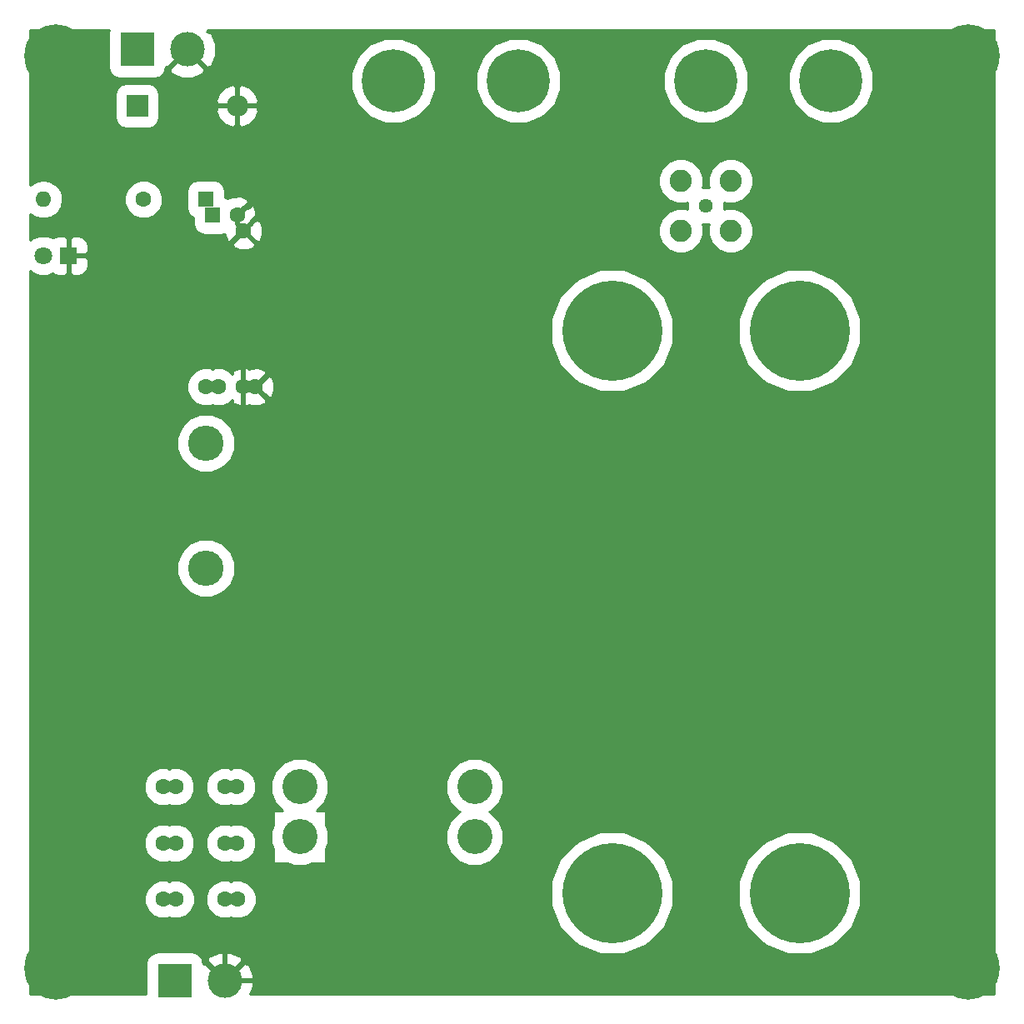
<source format=gbr>
G04 #@! TF.GenerationSoftware,KiCad,Pcbnew,5.0.2-bee76a0~70~ubuntu16.04.1*
G04 #@! TF.CreationDate,2021-05-08T15:12:51-07:00*
G04 #@! TF.ProjectId,simple-switching-network,73696d70-6c65-42d7-9377-69746368696e,rev?*
G04 #@! TF.SameCoordinates,Original*
G04 #@! TF.FileFunction,Copper,L2,Bot*
G04 #@! TF.FilePolarity,Positive*
%FSLAX46Y46*%
G04 Gerber Fmt 4.6, Leading zero omitted, Abs format (unit mm)*
G04 Created by KiCad (PCBNEW 5.0.2-bee76a0~70~ubuntu16.04.1) date Sat 08 May 2021 03:12:51 PM PDT*
%MOMM*%
%LPD*%
G01*
G04 APERTURE LIST*
G04 #@! TA.AperFunction,ComponentPad*
%ADD10C,3.556000*%
G04 #@! TD*
G04 #@! TA.AperFunction,ComponentPad*
%ADD11C,1.600000*%
G04 #@! TD*
G04 #@! TA.AperFunction,ComponentPad*
%ADD12R,1.600000X1.600000*%
G04 #@! TD*
G04 #@! TA.AperFunction,ComponentPad*
%ADD13R,1.800000X1.800000*%
G04 #@! TD*
G04 #@! TA.AperFunction,ComponentPad*
%ADD14C,1.800000*%
G04 #@! TD*
G04 #@! TA.AperFunction,ComponentPad*
%ADD15R,2.200000X2.200000*%
G04 #@! TD*
G04 #@! TA.AperFunction,ComponentPad*
%ADD16O,2.200000X2.200000*%
G04 #@! TD*
G04 #@! TA.AperFunction,ComponentPad*
%ADD17R,3.500120X3.500120*%
G04 #@! TD*
G04 #@! TA.AperFunction,ComponentPad*
%ADD18C,3.500120*%
G04 #@! TD*
G04 #@! TA.AperFunction,ComponentPad*
%ADD19C,10.160000*%
G04 #@! TD*
G04 #@! TA.AperFunction,ComponentPad*
%ADD20C,1.440000*%
G04 #@! TD*
G04 #@! TA.AperFunction,ComponentPad*
%ADD21C,2.250000*%
G04 #@! TD*
G04 #@! TA.AperFunction,ComponentPad*
%ADD22C,3.600000*%
G04 #@! TD*
G04 #@! TA.AperFunction,ComponentPad*
%ADD23O,1.600000X1.600000*%
G04 #@! TD*
G04 #@! TA.AperFunction,ComponentPad*
%ADD24C,6.400000*%
G04 #@! TD*
G04 #@! TA.AperFunction,Conductor*
%ADD25C,0.508000*%
G04 #@! TD*
G04 #@! TA.AperFunction,Conductor*
%ADD26C,0.254000*%
G04 #@! TD*
G04 APERTURE END LIST*
D10*
G04 #@! TO.P,L2,1*
G04 #@! TO.N,Net-(J2-Pad1)*
X109855000Y-135255000D03*
G04 #@! TO.P,L2,2*
G04 #@! TO.N,Net-(C1-Pad1)*
X92075000Y-135255000D03*
G04 #@! TO.P,L2,4*
G04 #@! TO.N,Net-(C4-Pad2)*
X92075000Y-140335000D03*
G04 #@! TO.P,L2,3*
G04 #@! TO.N,Net-(J2-Pad2)*
X109855000Y-140335000D03*
G04 #@! TD*
D11*
G04 #@! TO.P,C1,2*
G04 #@! TO.N,Net-(C1-Pad2)*
X78205000Y-140970000D03*
G04 #@! TO.P,C1,1*
G04 #@! TO.N,Net-(C1-Pad1)*
X85705000Y-140970000D03*
G04 #@! TO.P,C1,2*
G04 #@! TO.N,Net-(C1-Pad2)*
X79455000Y-140970000D03*
G04 #@! TO.P,C1,1*
G04 #@! TO.N,Net-(C1-Pad1)*
X84455000Y-140970000D03*
G04 #@! TD*
G04 #@! TO.P,C2,1*
G04 #@! TO.N,Net-(C1-Pad1)*
X84455000Y-135255000D03*
G04 #@! TO.P,C2,2*
G04 #@! TO.N,Net-(C1-Pad2)*
X79455000Y-135255000D03*
G04 #@! TO.P,C2,1*
G04 #@! TO.N,Net-(C1-Pad1)*
X85705000Y-135255000D03*
G04 #@! TO.P,C2,2*
G04 #@! TO.N,Net-(C1-Pad2)*
X78205000Y-135255000D03*
G04 #@! TD*
G04 #@! TO.P,C3,1*
G04 #@! TO.N,Net-(C1-Pad1)*
X84475000Y-146685000D03*
G04 #@! TO.P,C3,2*
G04 #@! TO.N,Net-(C1-Pad2)*
X79475000Y-146685000D03*
G04 #@! TO.P,C3,1*
G04 #@! TO.N,Net-(C1-Pad1)*
X85725000Y-146685000D03*
G04 #@! TO.P,C3,2*
G04 #@! TO.N,Net-(C1-Pad2)*
X78225000Y-146685000D03*
G04 #@! TD*
D12*
G04 #@! TO.P,C4,1*
G04 #@! TO.N,Net-(C4-Pad1)*
X83220937Y-77165000D03*
D11*
G04 #@! TO.P,C4,2*
G04 #@! TO.N,Net-(C4-Pad2)*
X85720937Y-77165000D03*
D12*
G04 #@! TO.P,C4,1*
G04 #@! TO.N,Net-(C4-Pad1)*
X82550000Y-75565000D03*
D11*
G04 #@! TO.P,C4,2*
G04 #@! TO.N,Net-(C4-Pad2)*
X86391874Y-78765000D03*
G04 #@! TD*
G04 #@! TO.P,C5,1*
G04 #@! TO.N,Net-(C4-Pad2)*
X86320000Y-94615000D03*
G04 #@! TO.P,C5,2*
G04 #@! TO.N,Net-(C4-Pad1)*
X83820000Y-94615000D03*
G04 #@! TO.P,C5,1*
G04 #@! TO.N,Net-(C4-Pad2)*
X87570000Y-94615000D03*
G04 #@! TO.P,C5,2*
G04 #@! TO.N,Net-(C4-Pad1)*
X82570000Y-94615000D03*
G04 #@! TD*
D13*
G04 #@! TO.P,D1,1*
G04 #@! TO.N,Net-(C4-Pad2)*
X68580000Y-81280000D03*
D14*
G04 #@! TO.P,D1,2*
G04 #@! TO.N,Net-(D1-Pad2)*
X66040000Y-81280000D03*
G04 #@! TD*
D15*
G04 #@! TO.P,D2,1*
G04 #@! TO.N,Net-(C4-Pad1)*
X75565000Y-66040000D03*
D16*
G04 #@! TO.P,D2,2*
G04 #@! TO.N,Net-(C4-Pad2)*
X85725000Y-66040000D03*
G04 #@! TD*
D17*
G04 #@! TO.P,J1,1*
G04 #@! TO.N,Net-(C1-Pad2)*
X79375000Y-154940000D03*
D18*
G04 #@! TO.P,J1,2*
G04 #@! TO.N,Net-(C4-Pad2)*
X84455000Y-154940000D03*
G04 #@! TD*
D19*
G04 #@! TO.P,J2,1*
G04 #@! TO.N,Net-(J2-Pad1)*
X142875000Y-146050000D03*
G04 #@! TO.P,J2,2*
G04 #@! TO.N,Net-(J2-Pad2)*
X123825000Y-146050000D03*
G04 #@! TO.P,J2,3*
G04 #@! TO.N,Net-(J2-Pad3)*
X142875000Y-88900000D03*
G04 #@! TO.P,J2,4*
G04 #@! TO.N,Net-(J2-Pad4)*
X123825000Y-88900000D03*
G04 #@! TD*
D20*
G04 #@! TO.P,J3,1*
G04 #@! TO.N,Net-(J2-Pad3)*
X133350000Y-76200000D03*
D21*
G04 #@! TO.P,J3,2*
G04 #@! TO.N,Net-(J2-Pad4)*
X135890000Y-78740000D03*
X135890000Y-73660000D03*
X130810000Y-73660000D03*
X130810000Y-78740000D03*
G04 #@! TD*
D18*
G04 #@! TO.P,J4,2*
G04 #@! TO.N,Net-(C4-Pad2)*
X80645000Y-60325000D03*
D17*
G04 #@! TO.P,J4,1*
G04 #@! TO.N,Net-(C4-Pad1)*
X75565000Y-60325000D03*
G04 #@! TD*
D22*
G04 #@! TO.P,L1,1*
G04 #@! TO.N,Net-(C1-Pad2)*
X82550000Y-113030000D03*
G04 #@! TO.P,L1,2*
G04 #@! TO.N,Net-(C4-Pad1)*
X82550000Y-100330000D03*
G04 #@! TD*
D11*
G04 #@! TO.P,R1,1*
G04 #@! TO.N,Net-(C4-Pad1)*
X76200000Y-75565000D03*
D23*
G04 #@! TO.P,R1,2*
G04 #@! TO.N,Net-(D1-Pad2)*
X66040000Y-75565000D03*
G04 #@! TD*
D24*
G04 #@! TO.P,TP1,1*
G04 #@! TO.N,Net-(J2-Pad3)*
X146050000Y-63500000D03*
G04 #@! TD*
G04 #@! TO.P,TP2,1*
G04 #@! TO.N,Net-(J2-Pad4)*
X101600000Y-63500000D03*
G04 #@! TD*
G04 #@! TO.P,TP3,1*
G04 #@! TO.N,Net-(J2-Pad3)*
X133350000Y-63500000D03*
G04 #@! TD*
G04 #@! TO.P,TP4,1*
G04 #@! TO.N,Net-(J2-Pad4)*
X114300000Y-63500000D03*
G04 #@! TD*
G04 #@! TO.P,TP5,1*
G04 #@! TO.N,Net-(C4-Pad2)*
X67310000Y-60960000D03*
G04 #@! TD*
G04 #@! TO.P,TP6,1*
G04 #@! TO.N,Net-(C4-Pad2)*
X67310000Y-153670000D03*
G04 #@! TD*
G04 #@! TO.P,TP7,1*
G04 #@! TO.N,Net-(C4-Pad2)*
X160020000Y-60960000D03*
G04 #@! TD*
G04 #@! TO.P,TP8,1*
G04 #@! TO.N,Net-(C4-Pad2)*
X160020000Y-153670000D03*
G04 #@! TD*
D25*
G04 #@! TO.N,Net-(C4-Pad2)*
X87570000Y-94615000D02*
X89475000Y-92710000D01*
X88369999Y-95414999D02*
X88429999Y-95414999D01*
X87570000Y-94615000D02*
X88369999Y-95414999D01*
X88429999Y-95414999D02*
X89535000Y-96520000D01*
X86320000Y-94615000D02*
X86320000Y-92115000D01*
X86320000Y-94615000D02*
X86320000Y-97115000D01*
X86320000Y-97115000D02*
X86360000Y-97155000D01*
X85720937Y-78094063D02*
X86391874Y-78765000D01*
X85720937Y-77165000D02*
X85720937Y-78094063D01*
X86520936Y-76365001D02*
X86829999Y-76365001D01*
X85720937Y-77165000D02*
X86520936Y-76365001D01*
X86829999Y-76365001D02*
X88265000Y-74930000D01*
X87191873Y-77965001D02*
X87191873Y-77908127D01*
X86391874Y-78765000D02*
X87191873Y-77965001D01*
X87191873Y-77908127D02*
X88265000Y-76835000D01*
X86391874Y-78765000D02*
X88265000Y-80638126D01*
X86391874Y-78765000D02*
X86335000Y-78765000D01*
X86335000Y-78765000D02*
X84455000Y-80645000D01*
X84455000Y-154940000D02*
X84455000Y-150495000D01*
X84455000Y-154940000D02*
X89535000Y-154940000D01*
X84455000Y-154940000D02*
X87630000Y-151765000D01*
X84455000Y-154940000D02*
X82550000Y-153035000D01*
X82550000Y-153035000D02*
X82550000Y-152400000D01*
G04 #@! TD*
D26*
G04 #@! TO.N,Net-(C4-Pad2)*
G36*
X72649548Y-58574940D02*
X72649548Y-62075060D01*
X72738258Y-62521036D01*
X72990883Y-62899117D01*
X73368964Y-63151742D01*
X73814940Y-63240452D01*
X77315060Y-63240452D01*
X77761036Y-63151742D01*
X78139117Y-62899117D01*
X78391742Y-62521036D01*
X78436427Y-62296385D01*
X78853220Y-62296385D01*
X79015540Y-62783824D01*
X80080527Y-63220225D01*
X81231449Y-63215853D01*
X82274460Y-62783824D01*
X82323644Y-62636124D01*
X97257000Y-62636124D01*
X97257000Y-64363876D01*
X97918183Y-65960112D01*
X99139888Y-67181817D01*
X100736124Y-67843000D01*
X102463876Y-67843000D01*
X104060112Y-67181817D01*
X105281817Y-65960112D01*
X105943000Y-64363876D01*
X105943000Y-62636124D01*
X109957000Y-62636124D01*
X109957000Y-64363876D01*
X110618183Y-65960112D01*
X111839888Y-67181817D01*
X113436124Y-67843000D01*
X115163876Y-67843000D01*
X116760112Y-67181817D01*
X117981817Y-65960112D01*
X118643000Y-64363876D01*
X118643000Y-62636124D01*
X129007000Y-62636124D01*
X129007000Y-64363876D01*
X129668183Y-65960112D01*
X130889888Y-67181817D01*
X132486124Y-67843000D01*
X134213876Y-67843000D01*
X135810112Y-67181817D01*
X137031817Y-65960112D01*
X137693000Y-64363876D01*
X137693000Y-62636124D01*
X141707000Y-62636124D01*
X141707000Y-64363876D01*
X142368183Y-65960112D01*
X143589888Y-67181817D01*
X145186124Y-67843000D01*
X146913876Y-67843000D01*
X148510112Y-67181817D01*
X149731817Y-65960112D01*
X150393000Y-64363876D01*
X150393000Y-62636124D01*
X149731817Y-61039888D01*
X148510112Y-59818183D01*
X146913876Y-59157000D01*
X145186124Y-59157000D01*
X143589888Y-59818183D01*
X142368183Y-61039888D01*
X141707000Y-62636124D01*
X137693000Y-62636124D01*
X137031817Y-61039888D01*
X135810112Y-59818183D01*
X134213876Y-59157000D01*
X132486124Y-59157000D01*
X130889888Y-59818183D01*
X129668183Y-61039888D01*
X129007000Y-62636124D01*
X118643000Y-62636124D01*
X117981817Y-61039888D01*
X116760112Y-59818183D01*
X115163876Y-59157000D01*
X113436124Y-59157000D01*
X111839888Y-59818183D01*
X110618183Y-61039888D01*
X109957000Y-62636124D01*
X105943000Y-62636124D01*
X105281817Y-61039888D01*
X104060112Y-59818183D01*
X102463876Y-59157000D01*
X100736124Y-59157000D01*
X99139888Y-59818183D01*
X97918183Y-61039888D01*
X97257000Y-62636124D01*
X82323644Y-62636124D01*
X82436780Y-62296385D01*
X80645000Y-60504605D01*
X78853220Y-62296385D01*
X78436427Y-62296385D01*
X78480452Y-62075060D01*
X78480452Y-62052456D01*
X78673615Y-62116780D01*
X80465395Y-60325000D01*
X80451253Y-60310858D01*
X80630858Y-60131253D01*
X80645000Y-60145395D01*
X80659143Y-60131253D01*
X80838748Y-60310858D01*
X80824605Y-60325000D01*
X82616385Y-62116780D01*
X83103824Y-61954460D01*
X83540225Y-60889473D01*
X83535853Y-59738551D01*
X83103824Y-58695540D01*
X82616387Y-58533221D01*
X82781608Y-58368000D01*
X162612000Y-58368000D01*
X162612001Y-156262000D01*
X87039812Y-156262000D01*
X87350225Y-155504473D01*
X87345853Y-154353551D01*
X86913824Y-153310540D01*
X86426385Y-153148220D01*
X84634605Y-154940000D01*
X84648748Y-154954143D01*
X84469143Y-155133748D01*
X84455000Y-155119605D01*
X84440858Y-155133748D01*
X84261253Y-154954143D01*
X84275395Y-154940000D01*
X82483615Y-153148220D01*
X82290452Y-153212544D01*
X82290452Y-153189940D01*
X82246428Y-152968615D01*
X82663220Y-152968615D01*
X84455000Y-154760395D01*
X86246780Y-152968615D01*
X86084460Y-152481176D01*
X85019473Y-152044775D01*
X83868551Y-152049147D01*
X82825540Y-152481176D01*
X82663220Y-152968615D01*
X82246428Y-152968615D01*
X82201742Y-152743964D01*
X81949117Y-152365883D01*
X81571036Y-152113258D01*
X81125060Y-152024548D01*
X77624940Y-152024548D01*
X77178964Y-152113258D01*
X76800883Y-152365883D01*
X76548258Y-152743964D01*
X76459548Y-153189940D01*
X76459548Y-156262000D01*
X64718000Y-156262000D01*
X64718000Y-146298513D01*
X76282000Y-146298513D01*
X76282000Y-147071487D01*
X76577804Y-147785621D01*
X77124379Y-148332196D01*
X77838513Y-148628000D01*
X78611487Y-148628000D01*
X78850000Y-148529205D01*
X79088513Y-148628000D01*
X79861487Y-148628000D01*
X80575621Y-148332196D01*
X81122196Y-147785621D01*
X81418000Y-147071487D01*
X81418000Y-146298513D01*
X82532000Y-146298513D01*
X82532000Y-147071487D01*
X82827804Y-147785621D01*
X83374379Y-148332196D01*
X84088513Y-148628000D01*
X84861487Y-148628000D01*
X85100000Y-148529205D01*
X85338513Y-148628000D01*
X86111487Y-148628000D01*
X86825621Y-148332196D01*
X87372196Y-147785621D01*
X87668000Y-147071487D01*
X87668000Y-146298513D01*
X87372196Y-145584379D01*
X86825621Y-145037804D01*
X86280888Y-144812168D01*
X117602000Y-144812168D01*
X117602000Y-147287832D01*
X118549395Y-149575046D01*
X120299954Y-151325605D01*
X122587168Y-152273000D01*
X125062832Y-152273000D01*
X127350046Y-151325605D01*
X129100605Y-149575046D01*
X130048000Y-147287832D01*
X130048000Y-144812168D01*
X136652000Y-144812168D01*
X136652000Y-147287832D01*
X137599395Y-149575046D01*
X139349954Y-151325605D01*
X141637168Y-152273000D01*
X144112832Y-152273000D01*
X146400046Y-151325605D01*
X148150605Y-149575046D01*
X149098000Y-147287832D01*
X149098000Y-144812168D01*
X148150605Y-142524954D01*
X146400046Y-140774395D01*
X144112832Y-139827000D01*
X141637168Y-139827000D01*
X139349954Y-140774395D01*
X137599395Y-142524954D01*
X136652000Y-144812168D01*
X130048000Y-144812168D01*
X129100605Y-142524954D01*
X127350046Y-140774395D01*
X125062832Y-139827000D01*
X122587168Y-139827000D01*
X120299954Y-140774395D01*
X118549395Y-142524954D01*
X117602000Y-144812168D01*
X86280888Y-144812168D01*
X86111487Y-144742000D01*
X85338513Y-144742000D01*
X85100000Y-144840795D01*
X84861487Y-144742000D01*
X84088513Y-144742000D01*
X83374379Y-145037804D01*
X82827804Y-145584379D01*
X82532000Y-146298513D01*
X81418000Y-146298513D01*
X81122196Y-145584379D01*
X80575621Y-145037804D01*
X79861487Y-144742000D01*
X79088513Y-144742000D01*
X78850000Y-144840795D01*
X78611487Y-144742000D01*
X77838513Y-144742000D01*
X77124379Y-145037804D01*
X76577804Y-145584379D01*
X76282000Y-146298513D01*
X64718000Y-146298513D01*
X64718000Y-140583513D01*
X76262000Y-140583513D01*
X76262000Y-141356487D01*
X76557804Y-142070621D01*
X77104379Y-142617196D01*
X77818513Y-142913000D01*
X78591487Y-142913000D01*
X78830000Y-142814205D01*
X79068513Y-142913000D01*
X79841487Y-142913000D01*
X80555621Y-142617196D01*
X81102196Y-142070621D01*
X81398000Y-141356487D01*
X81398000Y-140583513D01*
X82512000Y-140583513D01*
X82512000Y-141356487D01*
X82807804Y-142070621D01*
X83354379Y-142617196D01*
X84068513Y-142913000D01*
X84841487Y-142913000D01*
X85080000Y-142814205D01*
X85318513Y-142913000D01*
X86091487Y-142913000D01*
X86805621Y-142617196D01*
X87352196Y-142070621D01*
X87648000Y-141356487D01*
X87648000Y-140583513D01*
X87352196Y-139869379D01*
X87246688Y-139763871D01*
X89152049Y-139763871D01*
X89155983Y-140925910D01*
X89408000Y-141534331D01*
X89408000Y-142875000D01*
X89417667Y-142923601D01*
X89445197Y-142964803D01*
X89486399Y-142992333D01*
X89535000Y-143002000D01*
X90879985Y-143002000D01*
X91503871Y-143257951D01*
X92665910Y-143254017D01*
X93274331Y-143002000D01*
X94615000Y-143002000D01*
X94663601Y-142992333D01*
X94704803Y-142964803D01*
X94732333Y-142923601D01*
X94742000Y-142875000D01*
X94742000Y-141530015D01*
X94997951Y-140906129D01*
X94994017Y-139744090D01*
X94742000Y-139135669D01*
X94742000Y-137795000D01*
X94732333Y-137746399D01*
X94704803Y-137705197D01*
X94663601Y-137677667D01*
X94615000Y-137668000D01*
X93792918Y-137668000D01*
X94551304Y-136909614D01*
X94996000Y-135836023D01*
X94996000Y-134673977D01*
X106934000Y-134673977D01*
X106934000Y-135836023D01*
X107378696Y-136909614D01*
X108200386Y-137731304D01*
X108354162Y-137795000D01*
X108200386Y-137858696D01*
X107378696Y-138680386D01*
X106934000Y-139753977D01*
X106934000Y-140916023D01*
X107378696Y-141989614D01*
X108200386Y-142811304D01*
X109273977Y-143256000D01*
X110436023Y-143256000D01*
X111509614Y-142811304D01*
X112331304Y-141989614D01*
X112776000Y-140916023D01*
X112776000Y-139753977D01*
X112331304Y-138680386D01*
X111509614Y-137858696D01*
X111355838Y-137795000D01*
X111509614Y-137731304D01*
X112331304Y-136909614D01*
X112776000Y-135836023D01*
X112776000Y-134673977D01*
X112331304Y-133600386D01*
X111509614Y-132778696D01*
X110436023Y-132334000D01*
X109273977Y-132334000D01*
X108200386Y-132778696D01*
X107378696Y-133600386D01*
X106934000Y-134673977D01*
X94996000Y-134673977D01*
X94551304Y-133600386D01*
X93729614Y-132778696D01*
X92656023Y-132334000D01*
X91493977Y-132334000D01*
X90420386Y-132778696D01*
X89598696Y-133600386D01*
X89154000Y-134673977D01*
X89154000Y-135836023D01*
X89598696Y-136909614D01*
X90357082Y-137668000D01*
X89535000Y-137668000D01*
X89486399Y-137677667D01*
X89445197Y-137705197D01*
X89417667Y-137746399D01*
X89408000Y-137795000D01*
X89408000Y-139139985D01*
X89152049Y-139763871D01*
X87246688Y-139763871D01*
X86805621Y-139322804D01*
X86091487Y-139027000D01*
X85318513Y-139027000D01*
X85080000Y-139125795D01*
X84841487Y-139027000D01*
X84068513Y-139027000D01*
X83354379Y-139322804D01*
X82807804Y-139869379D01*
X82512000Y-140583513D01*
X81398000Y-140583513D01*
X81102196Y-139869379D01*
X80555621Y-139322804D01*
X79841487Y-139027000D01*
X79068513Y-139027000D01*
X78830000Y-139125795D01*
X78591487Y-139027000D01*
X77818513Y-139027000D01*
X77104379Y-139322804D01*
X76557804Y-139869379D01*
X76262000Y-140583513D01*
X64718000Y-140583513D01*
X64718000Y-134868513D01*
X76262000Y-134868513D01*
X76262000Y-135641487D01*
X76557804Y-136355621D01*
X77104379Y-136902196D01*
X77818513Y-137198000D01*
X78591487Y-137198000D01*
X78830000Y-137099205D01*
X79068513Y-137198000D01*
X79841487Y-137198000D01*
X80555621Y-136902196D01*
X81102196Y-136355621D01*
X81398000Y-135641487D01*
X81398000Y-134868513D01*
X82512000Y-134868513D01*
X82512000Y-135641487D01*
X82807804Y-136355621D01*
X83354379Y-136902196D01*
X84068513Y-137198000D01*
X84841487Y-137198000D01*
X85080000Y-137099205D01*
X85318513Y-137198000D01*
X86091487Y-137198000D01*
X86805621Y-136902196D01*
X87352196Y-136355621D01*
X87648000Y-135641487D01*
X87648000Y-134868513D01*
X87352196Y-134154379D01*
X86805621Y-133607804D01*
X86091487Y-133312000D01*
X85318513Y-133312000D01*
X85080000Y-133410795D01*
X84841487Y-133312000D01*
X84068513Y-133312000D01*
X83354379Y-133607804D01*
X82807804Y-134154379D01*
X82512000Y-134868513D01*
X81398000Y-134868513D01*
X81102196Y-134154379D01*
X80555621Y-133607804D01*
X79841487Y-133312000D01*
X79068513Y-133312000D01*
X78830000Y-133410795D01*
X78591487Y-133312000D01*
X77818513Y-133312000D01*
X77104379Y-133607804D01*
X76557804Y-134154379D01*
X76262000Y-134868513D01*
X64718000Y-134868513D01*
X64718000Y-112444601D01*
X79607000Y-112444601D01*
X79607000Y-113615399D01*
X80055045Y-114697076D01*
X80882924Y-115524955D01*
X81964601Y-115973000D01*
X83135399Y-115973000D01*
X84217076Y-115524955D01*
X85044955Y-114697076D01*
X85493000Y-113615399D01*
X85493000Y-112444601D01*
X85044955Y-111362924D01*
X84217076Y-110535045D01*
X83135399Y-110087000D01*
X81964601Y-110087000D01*
X80882924Y-110535045D01*
X80055045Y-111362924D01*
X79607000Y-112444601D01*
X64718000Y-112444601D01*
X64718000Y-99744601D01*
X79607000Y-99744601D01*
X79607000Y-100915399D01*
X80055045Y-101997076D01*
X80882924Y-102824955D01*
X81964601Y-103273000D01*
X83135399Y-103273000D01*
X84217076Y-102824955D01*
X85044955Y-101997076D01*
X85493000Y-100915399D01*
X85493000Y-99744601D01*
X85044955Y-98662924D01*
X84217076Y-97835045D01*
X83135399Y-97387000D01*
X81964601Y-97387000D01*
X80882924Y-97835045D01*
X80055045Y-98662924D01*
X79607000Y-99744601D01*
X64718000Y-99744601D01*
X64718000Y-94228513D01*
X80627000Y-94228513D01*
X80627000Y-95001487D01*
X80922804Y-95715621D01*
X81469379Y-96262196D01*
X82183513Y-96558000D01*
X82956487Y-96558000D01*
X83195000Y-96459205D01*
X83433513Y-96558000D01*
X84206487Y-96558000D01*
X84920621Y-96262196D01*
X85221659Y-95961158D01*
X85260699Y-96289068D01*
X85981971Y-96567014D01*
X86754706Y-96547784D01*
X86960675Y-96462469D01*
X87231971Y-96567014D01*
X88004706Y-96547784D01*
X88629301Y-96289068D01*
X88675598Y-95900203D01*
X88120807Y-95345412D01*
X88220726Y-95086121D01*
X88855203Y-95720598D01*
X89244068Y-95674301D01*
X89522014Y-94953029D01*
X89502784Y-94180294D01*
X89244068Y-93555699D01*
X88855203Y-93509402D01*
X88232729Y-94131876D01*
X88127518Y-93877877D01*
X88675598Y-93329797D01*
X88629301Y-92940932D01*
X87908029Y-92662986D01*
X87135294Y-92682216D01*
X86929325Y-92767531D01*
X86658029Y-92662986D01*
X85885294Y-92682216D01*
X85260699Y-92940932D01*
X85221659Y-93268842D01*
X84920621Y-92967804D01*
X84206487Y-92672000D01*
X83433513Y-92672000D01*
X83195000Y-92770795D01*
X82956487Y-92672000D01*
X82183513Y-92672000D01*
X81469379Y-92967804D01*
X80922804Y-93514379D01*
X80627000Y-94228513D01*
X64718000Y-94228513D01*
X64718000Y-87662168D01*
X117602000Y-87662168D01*
X117602000Y-90137832D01*
X118549395Y-92425046D01*
X120299954Y-94175605D01*
X122587168Y-95123000D01*
X125062832Y-95123000D01*
X127350046Y-94175605D01*
X129100605Y-92425046D01*
X130048000Y-90137832D01*
X130048000Y-87662168D01*
X136652000Y-87662168D01*
X136652000Y-90137832D01*
X137599395Y-92425046D01*
X139349954Y-94175605D01*
X141637168Y-95123000D01*
X144112832Y-95123000D01*
X146400046Y-94175605D01*
X148150605Y-92425046D01*
X149098000Y-90137832D01*
X149098000Y-87662168D01*
X148150605Y-85374954D01*
X146400046Y-83624395D01*
X144112832Y-82677000D01*
X141637168Y-82677000D01*
X139349954Y-83624395D01*
X137599395Y-85374954D01*
X136652000Y-87662168D01*
X130048000Y-87662168D01*
X129100605Y-85374954D01*
X127350046Y-83624395D01*
X125062832Y-82677000D01*
X122587168Y-82677000D01*
X120299954Y-83624395D01*
X118549395Y-85374954D01*
X117602000Y-87662168D01*
X64718000Y-87662168D01*
X64718000Y-82847239D01*
X64882733Y-83011972D01*
X65633622Y-83323000D01*
X66446378Y-83323000D01*
X66983903Y-83100350D01*
X67032542Y-83148989D01*
X67452643Y-83323000D01*
X68167250Y-83323000D01*
X68453000Y-83037250D01*
X68453000Y-81407000D01*
X68707000Y-81407000D01*
X68707000Y-83037250D01*
X68992750Y-83323000D01*
X69707357Y-83323000D01*
X70127458Y-83148989D01*
X70448989Y-82827457D01*
X70623000Y-82407357D01*
X70623000Y-81692750D01*
X70337250Y-81407000D01*
X68707000Y-81407000D01*
X68453000Y-81407000D01*
X68433000Y-81407000D01*
X68433000Y-81153000D01*
X68453000Y-81153000D01*
X68453000Y-79522750D01*
X68707000Y-79522750D01*
X68707000Y-81153000D01*
X70337250Y-81153000D01*
X70623000Y-80867250D01*
X70623000Y-80152643D01*
X70448989Y-79732543D01*
X70127458Y-79411011D01*
X69707357Y-79237000D01*
X68992750Y-79237000D01*
X68707000Y-79522750D01*
X68453000Y-79522750D01*
X68167250Y-79237000D01*
X67452643Y-79237000D01*
X67032542Y-79411011D01*
X66983903Y-79459650D01*
X66446378Y-79237000D01*
X65633622Y-79237000D01*
X64882733Y-79548028D01*
X64718000Y-79712761D01*
X64718000Y-77018493D01*
X65281879Y-77395265D01*
X65848635Y-77508000D01*
X66231365Y-77508000D01*
X66798121Y-77395265D01*
X67440824Y-76965824D01*
X67870265Y-76323121D01*
X68021065Y-75565000D01*
X67944188Y-75178513D01*
X74257000Y-75178513D01*
X74257000Y-75951487D01*
X74552804Y-76665621D01*
X75099379Y-77212196D01*
X75813513Y-77508000D01*
X76586487Y-77508000D01*
X77300621Y-77212196D01*
X77847196Y-76665621D01*
X78143000Y-75951487D01*
X78143000Y-75178513D01*
X77971718Y-74765000D01*
X80584608Y-74765000D01*
X80584608Y-76365000D01*
X80673318Y-76810976D01*
X80925943Y-77189057D01*
X81255545Y-77409289D01*
X81255545Y-77965000D01*
X81344255Y-78410976D01*
X81596880Y-78789057D01*
X81974961Y-79041682D01*
X82420937Y-79130392D01*
X84020937Y-79130392D01*
X84455215Y-79044009D01*
X84459090Y-79199706D01*
X84717806Y-79824301D01*
X85106671Y-79870598D01*
X85872437Y-79104832D01*
X86155643Y-79097784D01*
X86297422Y-79039057D01*
X85286276Y-80050203D01*
X85332573Y-80439068D01*
X86053845Y-80717014D01*
X86826580Y-80697784D01*
X87451175Y-80439068D01*
X87497472Y-80050203D01*
X86430997Y-78983728D01*
X86684997Y-78878518D01*
X87677077Y-79870598D01*
X88065942Y-79824301D01*
X88343888Y-79103029D01*
X88324658Y-78330294D01*
X88065942Y-77705699D01*
X87677077Y-77659402D01*
X87572325Y-77764154D01*
X87672951Y-77503029D01*
X87653721Y-76730294D01*
X87395005Y-76105699D01*
X87006140Y-76059402D01*
X86240374Y-76825168D01*
X85957168Y-76832216D01*
X85815389Y-76890943D01*
X86826535Y-75879797D01*
X86780238Y-75490932D01*
X86058966Y-75212986D01*
X85286231Y-75232216D01*
X84728622Y-75463186D01*
X84515392Y-75320711D01*
X84515392Y-74765000D01*
X84426682Y-74319024D01*
X84174057Y-73940943D01*
X83795976Y-73688318D01*
X83350000Y-73599608D01*
X81750000Y-73599608D01*
X81304024Y-73688318D01*
X80925943Y-73940943D01*
X80673318Y-74319024D01*
X80584608Y-74765000D01*
X77971718Y-74765000D01*
X77847196Y-74464379D01*
X77300621Y-73917804D01*
X76586487Y-73622000D01*
X75813513Y-73622000D01*
X75099379Y-73917804D01*
X74552804Y-74464379D01*
X74257000Y-75178513D01*
X67944188Y-75178513D01*
X67870265Y-74806879D01*
X67440824Y-74164176D01*
X66798121Y-73734735D01*
X66231365Y-73622000D01*
X65848635Y-73622000D01*
X65281879Y-73734735D01*
X64718000Y-74111507D01*
X64718000Y-73208867D01*
X128542000Y-73208867D01*
X128542000Y-74111133D01*
X128887282Y-74944719D01*
X129525281Y-75582718D01*
X130358867Y-75928000D01*
X131261133Y-75928000D01*
X131487000Y-75834443D01*
X131487000Y-76565557D01*
X131261133Y-76472000D01*
X130358867Y-76472000D01*
X129525281Y-76817282D01*
X128887282Y-77455281D01*
X128542000Y-78288867D01*
X128542000Y-79191133D01*
X128887282Y-80024719D01*
X129525281Y-80662718D01*
X130358867Y-81008000D01*
X131261133Y-81008000D01*
X132094719Y-80662718D01*
X132732718Y-80024719D01*
X133078000Y-79191133D01*
X133078000Y-78288867D01*
X132984443Y-78063000D01*
X133715557Y-78063000D01*
X133622000Y-78288867D01*
X133622000Y-79191133D01*
X133967282Y-80024719D01*
X134605281Y-80662718D01*
X135438867Y-81008000D01*
X136341133Y-81008000D01*
X137174719Y-80662718D01*
X137812718Y-80024719D01*
X138158000Y-79191133D01*
X138158000Y-78288867D01*
X137812718Y-77455281D01*
X137174719Y-76817282D01*
X136341133Y-76472000D01*
X135438867Y-76472000D01*
X135213000Y-76565557D01*
X135213000Y-75834443D01*
X135438867Y-75928000D01*
X136341133Y-75928000D01*
X137174719Y-75582718D01*
X137812718Y-74944719D01*
X138158000Y-74111133D01*
X138158000Y-73208867D01*
X137812718Y-72375281D01*
X137174719Y-71737282D01*
X136341133Y-71392000D01*
X135438867Y-71392000D01*
X134605281Y-71737282D01*
X133967282Y-72375281D01*
X133622000Y-73208867D01*
X133622000Y-74111133D01*
X133715557Y-74337000D01*
X132984443Y-74337000D01*
X133078000Y-74111133D01*
X133078000Y-73208867D01*
X132732718Y-72375281D01*
X132094719Y-71737282D01*
X131261133Y-71392000D01*
X130358867Y-71392000D01*
X129525281Y-71737282D01*
X128887282Y-72375281D01*
X128542000Y-73208867D01*
X64718000Y-73208867D01*
X64718000Y-64940000D01*
X73299608Y-64940000D01*
X73299608Y-67140000D01*
X73388318Y-67585976D01*
X73640943Y-67964057D01*
X74019024Y-68216682D01*
X74465000Y-68305392D01*
X76665000Y-68305392D01*
X77110976Y-68216682D01*
X77489057Y-67964057D01*
X77741682Y-67585976D01*
X77830392Y-67140000D01*
X77830392Y-66515756D01*
X83533036Y-66515756D01*
X83838632Y-67253546D01*
X84446627Y-67883052D01*
X85249243Y-68231970D01*
X85598000Y-67993658D01*
X85598000Y-66167000D01*
X85852000Y-66167000D01*
X85852000Y-67993658D01*
X86200757Y-68231970D01*
X87003373Y-67883052D01*
X87611368Y-67253546D01*
X87916964Y-66515756D01*
X87678125Y-66167000D01*
X85852000Y-66167000D01*
X85598000Y-66167000D01*
X83771875Y-66167000D01*
X83533036Y-66515756D01*
X77830392Y-66515756D01*
X77830392Y-65564244D01*
X83533036Y-65564244D01*
X83771875Y-65913000D01*
X85598000Y-65913000D01*
X85598000Y-64086342D01*
X85852000Y-64086342D01*
X85852000Y-65913000D01*
X87678125Y-65913000D01*
X87916964Y-65564244D01*
X87611368Y-64826454D01*
X87003373Y-64196948D01*
X86200757Y-63848030D01*
X85852000Y-64086342D01*
X85598000Y-64086342D01*
X85249243Y-63848030D01*
X84446627Y-64196948D01*
X83838632Y-64826454D01*
X83533036Y-65564244D01*
X77830392Y-65564244D01*
X77830392Y-64940000D01*
X77741682Y-64494024D01*
X77489057Y-64115943D01*
X77110976Y-63863318D01*
X76665000Y-63774608D01*
X74465000Y-63774608D01*
X74019024Y-63863318D01*
X73640943Y-64115943D01*
X73388318Y-64494024D01*
X73299608Y-64940000D01*
X64718000Y-64940000D01*
X64718000Y-58368000D01*
X72690711Y-58368000D01*
X72649548Y-58574940D01*
X72649548Y-58574940D01*
G37*
X72649548Y-58574940D02*
X72649548Y-62075060D01*
X72738258Y-62521036D01*
X72990883Y-62899117D01*
X73368964Y-63151742D01*
X73814940Y-63240452D01*
X77315060Y-63240452D01*
X77761036Y-63151742D01*
X78139117Y-62899117D01*
X78391742Y-62521036D01*
X78436427Y-62296385D01*
X78853220Y-62296385D01*
X79015540Y-62783824D01*
X80080527Y-63220225D01*
X81231449Y-63215853D01*
X82274460Y-62783824D01*
X82323644Y-62636124D01*
X97257000Y-62636124D01*
X97257000Y-64363876D01*
X97918183Y-65960112D01*
X99139888Y-67181817D01*
X100736124Y-67843000D01*
X102463876Y-67843000D01*
X104060112Y-67181817D01*
X105281817Y-65960112D01*
X105943000Y-64363876D01*
X105943000Y-62636124D01*
X109957000Y-62636124D01*
X109957000Y-64363876D01*
X110618183Y-65960112D01*
X111839888Y-67181817D01*
X113436124Y-67843000D01*
X115163876Y-67843000D01*
X116760112Y-67181817D01*
X117981817Y-65960112D01*
X118643000Y-64363876D01*
X118643000Y-62636124D01*
X129007000Y-62636124D01*
X129007000Y-64363876D01*
X129668183Y-65960112D01*
X130889888Y-67181817D01*
X132486124Y-67843000D01*
X134213876Y-67843000D01*
X135810112Y-67181817D01*
X137031817Y-65960112D01*
X137693000Y-64363876D01*
X137693000Y-62636124D01*
X141707000Y-62636124D01*
X141707000Y-64363876D01*
X142368183Y-65960112D01*
X143589888Y-67181817D01*
X145186124Y-67843000D01*
X146913876Y-67843000D01*
X148510112Y-67181817D01*
X149731817Y-65960112D01*
X150393000Y-64363876D01*
X150393000Y-62636124D01*
X149731817Y-61039888D01*
X148510112Y-59818183D01*
X146913876Y-59157000D01*
X145186124Y-59157000D01*
X143589888Y-59818183D01*
X142368183Y-61039888D01*
X141707000Y-62636124D01*
X137693000Y-62636124D01*
X137031817Y-61039888D01*
X135810112Y-59818183D01*
X134213876Y-59157000D01*
X132486124Y-59157000D01*
X130889888Y-59818183D01*
X129668183Y-61039888D01*
X129007000Y-62636124D01*
X118643000Y-62636124D01*
X117981817Y-61039888D01*
X116760112Y-59818183D01*
X115163876Y-59157000D01*
X113436124Y-59157000D01*
X111839888Y-59818183D01*
X110618183Y-61039888D01*
X109957000Y-62636124D01*
X105943000Y-62636124D01*
X105281817Y-61039888D01*
X104060112Y-59818183D01*
X102463876Y-59157000D01*
X100736124Y-59157000D01*
X99139888Y-59818183D01*
X97918183Y-61039888D01*
X97257000Y-62636124D01*
X82323644Y-62636124D01*
X82436780Y-62296385D01*
X80645000Y-60504605D01*
X78853220Y-62296385D01*
X78436427Y-62296385D01*
X78480452Y-62075060D01*
X78480452Y-62052456D01*
X78673615Y-62116780D01*
X80465395Y-60325000D01*
X80451253Y-60310858D01*
X80630858Y-60131253D01*
X80645000Y-60145395D01*
X80659143Y-60131253D01*
X80838748Y-60310858D01*
X80824605Y-60325000D01*
X82616385Y-62116780D01*
X83103824Y-61954460D01*
X83540225Y-60889473D01*
X83535853Y-59738551D01*
X83103824Y-58695540D01*
X82616387Y-58533221D01*
X82781608Y-58368000D01*
X162612000Y-58368000D01*
X162612001Y-156262000D01*
X87039812Y-156262000D01*
X87350225Y-155504473D01*
X87345853Y-154353551D01*
X86913824Y-153310540D01*
X86426385Y-153148220D01*
X84634605Y-154940000D01*
X84648748Y-154954143D01*
X84469143Y-155133748D01*
X84455000Y-155119605D01*
X84440858Y-155133748D01*
X84261253Y-154954143D01*
X84275395Y-154940000D01*
X82483615Y-153148220D01*
X82290452Y-153212544D01*
X82290452Y-153189940D01*
X82246428Y-152968615D01*
X82663220Y-152968615D01*
X84455000Y-154760395D01*
X86246780Y-152968615D01*
X86084460Y-152481176D01*
X85019473Y-152044775D01*
X83868551Y-152049147D01*
X82825540Y-152481176D01*
X82663220Y-152968615D01*
X82246428Y-152968615D01*
X82201742Y-152743964D01*
X81949117Y-152365883D01*
X81571036Y-152113258D01*
X81125060Y-152024548D01*
X77624940Y-152024548D01*
X77178964Y-152113258D01*
X76800883Y-152365883D01*
X76548258Y-152743964D01*
X76459548Y-153189940D01*
X76459548Y-156262000D01*
X64718000Y-156262000D01*
X64718000Y-146298513D01*
X76282000Y-146298513D01*
X76282000Y-147071487D01*
X76577804Y-147785621D01*
X77124379Y-148332196D01*
X77838513Y-148628000D01*
X78611487Y-148628000D01*
X78850000Y-148529205D01*
X79088513Y-148628000D01*
X79861487Y-148628000D01*
X80575621Y-148332196D01*
X81122196Y-147785621D01*
X81418000Y-147071487D01*
X81418000Y-146298513D01*
X82532000Y-146298513D01*
X82532000Y-147071487D01*
X82827804Y-147785621D01*
X83374379Y-148332196D01*
X84088513Y-148628000D01*
X84861487Y-148628000D01*
X85100000Y-148529205D01*
X85338513Y-148628000D01*
X86111487Y-148628000D01*
X86825621Y-148332196D01*
X87372196Y-147785621D01*
X87668000Y-147071487D01*
X87668000Y-146298513D01*
X87372196Y-145584379D01*
X86825621Y-145037804D01*
X86280888Y-144812168D01*
X117602000Y-144812168D01*
X117602000Y-147287832D01*
X118549395Y-149575046D01*
X120299954Y-151325605D01*
X122587168Y-152273000D01*
X125062832Y-152273000D01*
X127350046Y-151325605D01*
X129100605Y-149575046D01*
X130048000Y-147287832D01*
X130048000Y-144812168D01*
X136652000Y-144812168D01*
X136652000Y-147287832D01*
X137599395Y-149575046D01*
X139349954Y-151325605D01*
X141637168Y-152273000D01*
X144112832Y-152273000D01*
X146400046Y-151325605D01*
X148150605Y-149575046D01*
X149098000Y-147287832D01*
X149098000Y-144812168D01*
X148150605Y-142524954D01*
X146400046Y-140774395D01*
X144112832Y-139827000D01*
X141637168Y-139827000D01*
X139349954Y-140774395D01*
X137599395Y-142524954D01*
X136652000Y-144812168D01*
X130048000Y-144812168D01*
X129100605Y-142524954D01*
X127350046Y-140774395D01*
X125062832Y-139827000D01*
X122587168Y-139827000D01*
X120299954Y-140774395D01*
X118549395Y-142524954D01*
X117602000Y-144812168D01*
X86280888Y-144812168D01*
X86111487Y-144742000D01*
X85338513Y-144742000D01*
X85100000Y-144840795D01*
X84861487Y-144742000D01*
X84088513Y-144742000D01*
X83374379Y-145037804D01*
X82827804Y-145584379D01*
X82532000Y-146298513D01*
X81418000Y-146298513D01*
X81122196Y-145584379D01*
X80575621Y-145037804D01*
X79861487Y-144742000D01*
X79088513Y-144742000D01*
X78850000Y-144840795D01*
X78611487Y-144742000D01*
X77838513Y-144742000D01*
X77124379Y-145037804D01*
X76577804Y-145584379D01*
X76282000Y-146298513D01*
X64718000Y-146298513D01*
X64718000Y-140583513D01*
X76262000Y-140583513D01*
X76262000Y-141356487D01*
X76557804Y-142070621D01*
X77104379Y-142617196D01*
X77818513Y-142913000D01*
X78591487Y-142913000D01*
X78830000Y-142814205D01*
X79068513Y-142913000D01*
X79841487Y-142913000D01*
X80555621Y-142617196D01*
X81102196Y-142070621D01*
X81398000Y-141356487D01*
X81398000Y-140583513D01*
X82512000Y-140583513D01*
X82512000Y-141356487D01*
X82807804Y-142070621D01*
X83354379Y-142617196D01*
X84068513Y-142913000D01*
X84841487Y-142913000D01*
X85080000Y-142814205D01*
X85318513Y-142913000D01*
X86091487Y-142913000D01*
X86805621Y-142617196D01*
X87352196Y-142070621D01*
X87648000Y-141356487D01*
X87648000Y-140583513D01*
X87352196Y-139869379D01*
X87246688Y-139763871D01*
X89152049Y-139763871D01*
X89155983Y-140925910D01*
X89408000Y-141534331D01*
X89408000Y-142875000D01*
X89417667Y-142923601D01*
X89445197Y-142964803D01*
X89486399Y-142992333D01*
X89535000Y-143002000D01*
X90879985Y-143002000D01*
X91503871Y-143257951D01*
X92665910Y-143254017D01*
X93274331Y-143002000D01*
X94615000Y-143002000D01*
X94663601Y-142992333D01*
X94704803Y-142964803D01*
X94732333Y-142923601D01*
X94742000Y-142875000D01*
X94742000Y-141530015D01*
X94997951Y-140906129D01*
X94994017Y-139744090D01*
X94742000Y-139135669D01*
X94742000Y-137795000D01*
X94732333Y-137746399D01*
X94704803Y-137705197D01*
X94663601Y-137677667D01*
X94615000Y-137668000D01*
X93792918Y-137668000D01*
X94551304Y-136909614D01*
X94996000Y-135836023D01*
X94996000Y-134673977D01*
X106934000Y-134673977D01*
X106934000Y-135836023D01*
X107378696Y-136909614D01*
X108200386Y-137731304D01*
X108354162Y-137795000D01*
X108200386Y-137858696D01*
X107378696Y-138680386D01*
X106934000Y-139753977D01*
X106934000Y-140916023D01*
X107378696Y-141989614D01*
X108200386Y-142811304D01*
X109273977Y-143256000D01*
X110436023Y-143256000D01*
X111509614Y-142811304D01*
X112331304Y-141989614D01*
X112776000Y-140916023D01*
X112776000Y-139753977D01*
X112331304Y-138680386D01*
X111509614Y-137858696D01*
X111355838Y-137795000D01*
X111509614Y-137731304D01*
X112331304Y-136909614D01*
X112776000Y-135836023D01*
X112776000Y-134673977D01*
X112331304Y-133600386D01*
X111509614Y-132778696D01*
X110436023Y-132334000D01*
X109273977Y-132334000D01*
X108200386Y-132778696D01*
X107378696Y-133600386D01*
X106934000Y-134673977D01*
X94996000Y-134673977D01*
X94551304Y-133600386D01*
X93729614Y-132778696D01*
X92656023Y-132334000D01*
X91493977Y-132334000D01*
X90420386Y-132778696D01*
X89598696Y-133600386D01*
X89154000Y-134673977D01*
X89154000Y-135836023D01*
X89598696Y-136909614D01*
X90357082Y-137668000D01*
X89535000Y-137668000D01*
X89486399Y-137677667D01*
X89445197Y-137705197D01*
X89417667Y-137746399D01*
X89408000Y-137795000D01*
X89408000Y-139139985D01*
X89152049Y-139763871D01*
X87246688Y-139763871D01*
X86805621Y-139322804D01*
X86091487Y-139027000D01*
X85318513Y-139027000D01*
X85080000Y-139125795D01*
X84841487Y-139027000D01*
X84068513Y-139027000D01*
X83354379Y-139322804D01*
X82807804Y-139869379D01*
X82512000Y-140583513D01*
X81398000Y-140583513D01*
X81102196Y-139869379D01*
X80555621Y-139322804D01*
X79841487Y-139027000D01*
X79068513Y-139027000D01*
X78830000Y-139125795D01*
X78591487Y-139027000D01*
X77818513Y-139027000D01*
X77104379Y-139322804D01*
X76557804Y-139869379D01*
X76262000Y-140583513D01*
X64718000Y-140583513D01*
X64718000Y-134868513D01*
X76262000Y-134868513D01*
X76262000Y-135641487D01*
X76557804Y-136355621D01*
X77104379Y-136902196D01*
X77818513Y-137198000D01*
X78591487Y-137198000D01*
X78830000Y-137099205D01*
X79068513Y-137198000D01*
X79841487Y-137198000D01*
X80555621Y-136902196D01*
X81102196Y-136355621D01*
X81398000Y-135641487D01*
X81398000Y-134868513D01*
X82512000Y-134868513D01*
X82512000Y-135641487D01*
X82807804Y-136355621D01*
X83354379Y-136902196D01*
X84068513Y-137198000D01*
X84841487Y-137198000D01*
X85080000Y-137099205D01*
X85318513Y-137198000D01*
X86091487Y-137198000D01*
X86805621Y-136902196D01*
X87352196Y-136355621D01*
X87648000Y-135641487D01*
X87648000Y-134868513D01*
X87352196Y-134154379D01*
X86805621Y-133607804D01*
X86091487Y-133312000D01*
X85318513Y-133312000D01*
X85080000Y-133410795D01*
X84841487Y-133312000D01*
X84068513Y-133312000D01*
X83354379Y-133607804D01*
X82807804Y-134154379D01*
X82512000Y-134868513D01*
X81398000Y-134868513D01*
X81102196Y-134154379D01*
X80555621Y-133607804D01*
X79841487Y-133312000D01*
X79068513Y-133312000D01*
X78830000Y-133410795D01*
X78591487Y-133312000D01*
X77818513Y-133312000D01*
X77104379Y-133607804D01*
X76557804Y-134154379D01*
X76262000Y-134868513D01*
X64718000Y-134868513D01*
X64718000Y-112444601D01*
X79607000Y-112444601D01*
X79607000Y-113615399D01*
X80055045Y-114697076D01*
X80882924Y-115524955D01*
X81964601Y-115973000D01*
X83135399Y-115973000D01*
X84217076Y-115524955D01*
X85044955Y-114697076D01*
X85493000Y-113615399D01*
X85493000Y-112444601D01*
X85044955Y-111362924D01*
X84217076Y-110535045D01*
X83135399Y-110087000D01*
X81964601Y-110087000D01*
X80882924Y-110535045D01*
X80055045Y-111362924D01*
X79607000Y-112444601D01*
X64718000Y-112444601D01*
X64718000Y-99744601D01*
X79607000Y-99744601D01*
X79607000Y-100915399D01*
X80055045Y-101997076D01*
X80882924Y-102824955D01*
X81964601Y-103273000D01*
X83135399Y-103273000D01*
X84217076Y-102824955D01*
X85044955Y-101997076D01*
X85493000Y-100915399D01*
X85493000Y-99744601D01*
X85044955Y-98662924D01*
X84217076Y-97835045D01*
X83135399Y-97387000D01*
X81964601Y-97387000D01*
X80882924Y-97835045D01*
X80055045Y-98662924D01*
X79607000Y-99744601D01*
X64718000Y-99744601D01*
X64718000Y-94228513D01*
X80627000Y-94228513D01*
X80627000Y-95001487D01*
X80922804Y-95715621D01*
X81469379Y-96262196D01*
X82183513Y-96558000D01*
X82956487Y-96558000D01*
X83195000Y-96459205D01*
X83433513Y-96558000D01*
X84206487Y-96558000D01*
X84920621Y-96262196D01*
X85221659Y-95961158D01*
X85260699Y-96289068D01*
X85981971Y-96567014D01*
X86754706Y-96547784D01*
X86960675Y-96462469D01*
X87231971Y-96567014D01*
X88004706Y-96547784D01*
X88629301Y-96289068D01*
X88675598Y-95900203D01*
X88120807Y-95345412D01*
X88220726Y-95086121D01*
X88855203Y-95720598D01*
X89244068Y-95674301D01*
X89522014Y-94953029D01*
X89502784Y-94180294D01*
X89244068Y-93555699D01*
X88855203Y-93509402D01*
X88232729Y-94131876D01*
X88127518Y-93877877D01*
X88675598Y-93329797D01*
X88629301Y-92940932D01*
X87908029Y-92662986D01*
X87135294Y-92682216D01*
X86929325Y-92767531D01*
X86658029Y-92662986D01*
X85885294Y-92682216D01*
X85260699Y-92940932D01*
X85221659Y-93268842D01*
X84920621Y-92967804D01*
X84206487Y-92672000D01*
X83433513Y-92672000D01*
X83195000Y-92770795D01*
X82956487Y-92672000D01*
X82183513Y-92672000D01*
X81469379Y-92967804D01*
X80922804Y-93514379D01*
X80627000Y-94228513D01*
X64718000Y-94228513D01*
X64718000Y-87662168D01*
X117602000Y-87662168D01*
X117602000Y-90137832D01*
X118549395Y-92425046D01*
X120299954Y-94175605D01*
X122587168Y-95123000D01*
X125062832Y-95123000D01*
X127350046Y-94175605D01*
X129100605Y-92425046D01*
X130048000Y-90137832D01*
X130048000Y-87662168D01*
X136652000Y-87662168D01*
X136652000Y-90137832D01*
X137599395Y-92425046D01*
X139349954Y-94175605D01*
X141637168Y-95123000D01*
X144112832Y-95123000D01*
X146400046Y-94175605D01*
X148150605Y-92425046D01*
X149098000Y-90137832D01*
X149098000Y-87662168D01*
X148150605Y-85374954D01*
X146400046Y-83624395D01*
X144112832Y-82677000D01*
X141637168Y-82677000D01*
X139349954Y-83624395D01*
X137599395Y-85374954D01*
X136652000Y-87662168D01*
X130048000Y-87662168D01*
X129100605Y-85374954D01*
X127350046Y-83624395D01*
X125062832Y-82677000D01*
X122587168Y-82677000D01*
X120299954Y-83624395D01*
X118549395Y-85374954D01*
X117602000Y-87662168D01*
X64718000Y-87662168D01*
X64718000Y-82847239D01*
X64882733Y-83011972D01*
X65633622Y-83323000D01*
X66446378Y-83323000D01*
X66983903Y-83100350D01*
X67032542Y-83148989D01*
X67452643Y-83323000D01*
X68167250Y-83323000D01*
X68453000Y-83037250D01*
X68453000Y-81407000D01*
X68707000Y-81407000D01*
X68707000Y-83037250D01*
X68992750Y-83323000D01*
X69707357Y-83323000D01*
X70127458Y-83148989D01*
X70448989Y-82827457D01*
X70623000Y-82407357D01*
X70623000Y-81692750D01*
X70337250Y-81407000D01*
X68707000Y-81407000D01*
X68453000Y-81407000D01*
X68433000Y-81407000D01*
X68433000Y-81153000D01*
X68453000Y-81153000D01*
X68453000Y-79522750D01*
X68707000Y-79522750D01*
X68707000Y-81153000D01*
X70337250Y-81153000D01*
X70623000Y-80867250D01*
X70623000Y-80152643D01*
X70448989Y-79732543D01*
X70127458Y-79411011D01*
X69707357Y-79237000D01*
X68992750Y-79237000D01*
X68707000Y-79522750D01*
X68453000Y-79522750D01*
X68167250Y-79237000D01*
X67452643Y-79237000D01*
X67032542Y-79411011D01*
X66983903Y-79459650D01*
X66446378Y-79237000D01*
X65633622Y-79237000D01*
X64882733Y-79548028D01*
X64718000Y-79712761D01*
X64718000Y-77018493D01*
X65281879Y-77395265D01*
X65848635Y-77508000D01*
X66231365Y-77508000D01*
X66798121Y-77395265D01*
X67440824Y-76965824D01*
X67870265Y-76323121D01*
X68021065Y-75565000D01*
X67944188Y-75178513D01*
X74257000Y-75178513D01*
X74257000Y-75951487D01*
X74552804Y-76665621D01*
X75099379Y-77212196D01*
X75813513Y-77508000D01*
X76586487Y-77508000D01*
X77300621Y-77212196D01*
X77847196Y-76665621D01*
X78143000Y-75951487D01*
X78143000Y-75178513D01*
X77971718Y-74765000D01*
X80584608Y-74765000D01*
X80584608Y-76365000D01*
X80673318Y-76810976D01*
X80925943Y-77189057D01*
X81255545Y-77409289D01*
X81255545Y-77965000D01*
X81344255Y-78410976D01*
X81596880Y-78789057D01*
X81974961Y-79041682D01*
X82420937Y-79130392D01*
X84020937Y-79130392D01*
X84455215Y-79044009D01*
X84459090Y-79199706D01*
X84717806Y-79824301D01*
X85106671Y-79870598D01*
X85872437Y-79104832D01*
X86155643Y-79097784D01*
X86297422Y-79039057D01*
X85286276Y-80050203D01*
X85332573Y-80439068D01*
X86053845Y-80717014D01*
X86826580Y-80697784D01*
X87451175Y-80439068D01*
X87497472Y-80050203D01*
X86430997Y-78983728D01*
X86684997Y-78878518D01*
X87677077Y-79870598D01*
X88065942Y-79824301D01*
X88343888Y-79103029D01*
X88324658Y-78330294D01*
X88065942Y-77705699D01*
X87677077Y-77659402D01*
X87572325Y-77764154D01*
X87672951Y-77503029D01*
X87653721Y-76730294D01*
X87395005Y-76105699D01*
X87006140Y-76059402D01*
X86240374Y-76825168D01*
X85957168Y-76832216D01*
X85815389Y-76890943D01*
X86826535Y-75879797D01*
X86780238Y-75490932D01*
X86058966Y-75212986D01*
X85286231Y-75232216D01*
X84728622Y-75463186D01*
X84515392Y-75320711D01*
X84515392Y-74765000D01*
X84426682Y-74319024D01*
X84174057Y-73940943D01*
X83795976Y-73688318D01*
X83350000Y-73599608D01*
X81750000Y-73599608D01*
X81304024Y-73688318D01*
X80925943Y-73940943D01*
X80673318Y-74319024D01*
X80584608Y-74765000D01*
X77971718Y-74765000D01*
X77847196Y-74464379D01*
X77300621Y-73917804D01*
X76586487Y-73622000D01*
X75813513Y-73622000D01*
X75099379Y-73917804D01*
X74552804Y-74464379D01*
X74257000Y-75178513D01*
X67944188Y-75178513D01*
X67870265Y-74806879D01*
X67440824Y-74164176D01*
X66798121Y-73734735D01*
X66231365Y-73622000D01*
X65848635Y-73622000D01*
X65281879Y-73734735D01*
X64718000Y-74111507D01*
X64718000Y-73208867D01*
X128542000Y-73208867D01*
X128542000Y-74111133D01*
X128887282Y-74944719D01*
X129525281Y-75582718D01*
X130358867Y-75928000D01*
X131261133Y-75928000D01*
X131487000Y-75834443D01*
X131487000Y-76565557D01*
X131261133Y-76472000D01*
X130358867Y-76472000D01*
X129525281Y-76817282D01*
X128887282Y-77455281D01*
X128542000Y-78288867D01*
X128542000Y-79191133D01*
X128887282Y-80024719D01*
X129525281Y-80662718D01*
X130358867Y-81008000D01*
X131261133Y-81008000D01*
X132094719Y-80662718D01*
X132732718Y-80024719D01*
X133078000Y-79191133D01*
X133078000Y-78288867D01*
X132984443Y-78063000D01*
X133715557Y-78063000D01*
X133622000Y-78288867D01*
X133622000Y-79191133D01*
X133967282Y-80024719D01*
X134605281Y-80662718D01*
X135438867Y-81008000D01*
X136341133Y-81008000D01*
X137174719Y-80662718D01*
X137812718Y-80024719D01*
X138158000Y-79191133D01*
X138158000Y-78288867D01*
X137812718Y-77455281D01*
X137174719Y-76817282D01*
X136341133Y-76472000D01*
X135438867Y-76472000D01*
X135213000Y-76565557D01*
X135213000Y-75834443D01*
X135438867Y-75928000D01*
X136341133Y-75928000D01*
X137174719Y-75582718D01*
X137812718Y-74944719D01*
X138158000Y-74111133D01*
X138158000Y-73208867D01*
X137812718Y-72375281D01*
X137174719Y-71737282D01*
X136341133Y-71392000D01*
X135438867Y-71392000D01*
X134605281Y-71737282D01*
X133967282Y-72375281D01*
X133622000Y-73208867D01*
X133622000Y-74111133D01*
X133715557Y-74337000D01*
X132984443Y-74337000D01*
X133078000Y-74111133D01*
X133078000Y-73208867D01*
X132732718Y-72375281D01*
X132094719Y-71737282D01*
X131261133Y-71392000D01*
X130358867Y-71392000D01*
X129525281Y-71737282D01*
X128887282Y-72375281D01*
X128542000Y-73208867D01*
X64718000Y-73208867D01*
X64718000Y-64940000D01*
X73299608Y-64940000D01*
X73299608Y-67140000D01*
X73388318Y-67585976D01*
X73640943Y-67964057D01*
X74019024Y-68216682D01*
X74465000Y-68305392D01*
X76665000Y-68305392D01*
X77110976Y-68216682D01*
X77489057Y-67964057D01*
X77741682Y-67585976D01*
X77830392Y-67140000D01*
X77830392Y-66515756D01*
X83533036Y-66515756D01*
X83838632Y-67253546D01*
X84446627Y-67883052D01*
X85249243Y-68231970D01*
X85598000Y-67993658D01*
X85598000Y-66167000D01*
X85852000Y-66167000D01*
X85852000Y-67993658D01*
X86200757Y-68231970D01*
X87003373Y-67883052D01*
X87611368Y-67253546D01*
X87916964Y-66515756D01*
X87678125Y-66167000D01*
X85852000Y-66167000D01*
X85598000Y-66167000D01*
X83771875Y-66167000D01*
X83533036Y-66515756D01*
X77830392Y-66515756D01*
X77830392Y-65564244D01*
X83533036Y-65564244D01*
X83771875Y-65913000D01*
X85598000Y-65913000D01*
X85598000Y-64086342D01*
X85852000Y-64086342D01*
X85852000Y-65913000D01*
X87678125Y-65913000D01*
X87916964Y-65564244D01*
X87611368Y-64826454D01*
X87003373Y-64196948D01*
X86200757Y-63848030D01*
X85852000Y-64086342D01*
X85598000Y-64086342D01*
X85249243Y-63848030D01*
X84446627Y-64196948D01*
X83838632Y-64826454D01*
X83533036Y-65564244D01*
X77830392Y-65564244D01*
X77830392Y-64940000D01*
X77741682Y-64494024D01*
X77489057Y-64115943D01*
X77110976Y-63863318D01*
X76665000Y-63774608D01*
X74465000Y-63774608D01*
X74019024Y-63863318D01*
X73640943Y-64115943D01*
X73388318Y-64494024D01*
X73299608Y-64940000D01*
X64718000Y-64940000D01*
X64718000Y-58368000D01*
X72690711Y-58368000D01*
X72649548Y-58574940D01*
G04 #@! TD*
M02*

</source>
